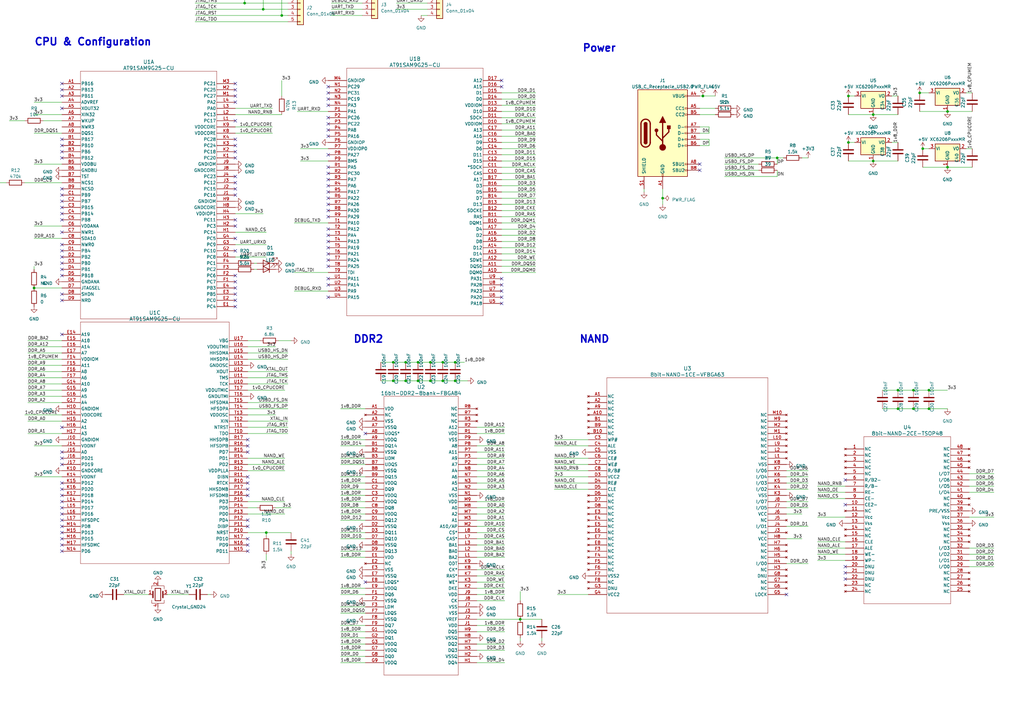
<source format=kicad_sch>
(kicad_sch (version 20230121) (generator eeschema)
  (paper "A3")
  (junction (at 176.53 148.59))
  (junction (at -45.72 113.03))
  (junction (at 288.29 39.37))
  (junction (at -40.64 113.03))
  (junction (at 107.95 -11.43))
  (junction (at -30.48 120.65))
  (junction (at -35.56 154.94))
  (junction (at 368.3 167.64))
  (junction (at -40.64 154.94))
  (junction (at 368.3 160.02))
  (junction (at 115.57 6.35))
  (junction (at -60.96 120.65))
  (junction (at 100.33 -11.43))
  (junction (at -55.88 113.03))
  (junction (at -50.8 162.56))
  (junction (at 388.62 45.72))
  (junction (at 107.95 3.81))
  (junction (at -55.88 154.94))
  (junction (at -60.96 135.89))
  (junction (at 318.77 64.77))
  (junction (at 171.45 148.59))
  (junction (at -50.8 120.65))
  (junction (at 271.78 81.28))
  (junction (at -35.56 120.65))
  (junction (at -35.56 113.03))
  (junction (at -30.48 113.03))
  (junction (at -45.72 154.94))
  (junction (at -60.96 143.51))
  (junction (at 92.71 -1.27))
  (junction (at 381 167.64))
  (junction (at -60.96 113.03))
  (junction (at 347.98 39.37))
  (junction (at -60.96 162.56))
  (junction (at 166.37 148.59))
  (junction (at 388.62 68.58))
  (junction (at 171.45 156.21))
  (junction (at 176.53 156.21))
  (junction (at 374.65 160.02))
  (junction (at -40.64 162.56))
  (junction (at 374.65 167.64))
  (junction (at -35.56 162.56))
  (junction (at -45.72 120.65))
  (junction (at 161.29 148.59))
  (junction (at -50.8 113.03))
  (junction (at 186.69 148.59))
  (junction (at 100.33 1.27))
  (junction (at 181.61 156.21))
  (junction (at 13.97 118.11))
  (junction (at -60.96 154.94))
  (junction (at -55.88 120.65))
  (junction (at 109.22 218.44))
  (junction (at 378.46 60.96))
  (junction (at -55.88 143.51))
  (junction (at 213.36 254))
  (junction (at -55.88 162.56))
  (junction (at 381 160.02))
  (junction (at 115.57 -11.43))
  (junction (at 377.19 38.1))
  (junction (at -40.64 120.65))
  (junction (at -50.8 154.94))
  (junction (at 358.14 66.04))
  (junction (at -55.88 135.89))
  (junction (at 358.14 46.99))
  (junction (at 181.61 148.59))
  (junction (at 161.29 156.21))
  (junction (at 347.98 58.42))
  (junction (at 166.37 156.21))
  (junction (at -45.72 162.56))
  (junction (at 186.69 156.21))
  (no_connect (at 134.62 86.36))
  (no_connect (at 134.62 71.12))
  (no_connect (at 287.02 69.85))
  (no_connect (at 25.4 36.83))
  (no_connect (at 101.6 200.66))
  (no_connect (at 25.4 105.41))
  (no_connect (at 96.52 118.11))
  (no_connect (at 134.62 121.92))
  (no_connect (at 134.62 55.88))
  (no_connect (at 101.6 182.88))
  (no_connect (at 96.52 64.77))
  (no_connect (at 25.4 34.29))
  (no_connect (at 96.52 36.83))
  (no_connect (at 134.62 63.5))
  (no_connect (at 101.6 195.58))
  (no_connect (at 134.62 50.8))
  (no_connect (at 346.71 196.85))
  (no_connect (at 96.52 115.57))
  (no_connect (at 25.4 226.06))
  (no_connect (at 346.71 207.01))
  (no_connect (at 205.74 35.56))
  (no_connect (at 25.4 120.65))
  (no_connect (at 25.4 208.28))
  (no_connect (at 25.4 59.69))
  (no_connect (at 25.4 110.49))
  (no_connect (at 101.6 215.9))
  (no_connect (at 346.71 234.95))
  (no_connect (at 101.6 223.52))
  (no_connect (at 134.62 109.22))
  (no_connect (at 205.74 119.38))
  (no_connect (at 101.6 198.12))
  (no_connect (at 322.58 243.84))
  (no_connect (at 101.6 180.34))
  (no_connect (at 96.52 113.03))
  (no_connect (at 205.74 121.92))
  (no_connect (at 134.62 81.28))
  (no_connect (at 134.62 73.66))
  (no_connect (at 25.4 100.33))
  (no_connect (at 25.4 187.96))
  (no_connect (at 25.4 213.36))
  (no_connect (at 25.4 77.47))
  (no_connect (at 25.4 205.74))
  (no_connect (at 96.52 74.93))
  (no_connect (at 25.4 123.19))
  (no_connect (at 96.52 102.87))
  (no_connect (at 101.6 226.06))
  (no_connect (at 205.74 114.3))
  (no_connect (at 149.86 238.76))
  (no_connect (at 25.4 113.03))
  (no_connect (at 134.62 88.9))
  (no_connect (at 96.52 72.39))
  (no_connect (at 25.4 107.95))
  (no_connect (at 134.62 35.56))
  (no_connect (at 205.74 33.02))
  (no_connect (at 96.52 90.17))
  (no_connect (at 25.4 90.17))
  (no_connect (at 96.52 80.01))
  (no_connect (at 205.74 124.46))
  (no_connect (at 101.6 185.42))
  (no_connect (at 25.4 80.01))
  (no_connect (at 134.62 76.2))
  (no_connect (at 96.52 34.29))
  (no_connect (at 25.4 190.5))
  (no_connect (at 96.52 77.47))
  (no_connect (at 96.52 97.79))
  (no_connect (at 25.4 87.63))
  (no_connect (at 101.6 213.36))
  (no_connect (at 134.62 83.82))
  (no_connect (at 96.52 120.65))
  (no_connect (at 25.4 185.42))
  (no_connect (at 287.02 67.31))
  (no_connect (at 134.62 116.84))
  (no_connect (at 101.6 220.98))
  (no_connect (at 134.62 114.3))
  (no_connect (at 149.86 177.8))
  (no_connect (at 96.52 125.73))
  (no_connect (at 205.74 116.84))
  (no_connect (at 25.4 95.25))
  (no_connect (at 101.6 203.2))
  (no_connect (at 134.62 99.06))
  (no_connect (at 346.71 232.41))
  (no_connect (at 25.4 220.98))
  (no_connect (at 96.52 123.19))
  (no_connect (at 134.62 93.98))
  (no_connect (at 25.4 39.37))
  (no_connect (at 134.62 106.68))
  (no_connect (at 25.4 200.66))
  (no_connect (at 96.52 62.23))
  (no_connect (at 25.4 175.26))
  (no_connect (at 134.62 104.14))
  (no_connect (at 134.62 43.18))
  (no_connect (at 25.4 210.82))
  (no_connect (at 96.52 59.69))
  (no_connect (at 134.62 101.6))
  (no_connect (at 25.4 203.2))
  (no_connect (at 25.4 64.77))
  (no_connect (at 96.52 92.71))
  (no_connect (at 96.52 49.53))
  (no_connect (at 96.52 41.91))
  (no_connect (at 25.4 102.87))
  (no_connect (at 25.4 62.23))
  (no_connect (at 134.62 53.34))
  (no_connect (at 134.62 40.64))
  (no_connect (at 25.4 85.09))
  (no_connect (at 96.52 39.37))
  (no_connect (at 25.4 223.52))
  (no_connect (at 134.62 48.26))
  (no_connect (at 134.62 38.1))
  (no_connect (at 346.71 237.49))
  (no_connect (at 25.4 198.12))
  (no_connect (at 25.4 137.16))
  (no_connect (at 25.4 44.45))
  (no_connect (at 134.62 96.52))
  (no_connect (at 25.4 82.55))
  (no_connect (at 96.52 57.15))
  (no_connect (at 134.62 68.58))
  (no_connect (at 25.4 218.44))
  (no_connect (at 25.4 57.15))
  (no_connect (at 134.62 78.74))
  (no_connect (at 25.4 215.9))
  (wire (pts (xy 106.68 139.7) (xy 101.6 139.7)))
  (wire (pts (xy 264.16 78.74) (xy 264.16 77.47)))
  (wire (pts (xy 195.58 264.16) (xy 207.01 264.16)))
  (wire (pts (xy -30.48 113.03) (xy -22.86 113.03)))
  (wire (pts (xy 11.43 149.86) (xy 25.4 149.86)))
  (wire (pts (xy -50.8 120.65) (xy -45.72 120.65)))
  (wire (pts (xy 101.6 208.28) (xy 105.41 208.28)))
  (wire (pts (xy 347.98 39.37) (xy 350.52 39.37)))
  (wire (pts (xy -50.8 113.03) (xy -45.72 113.03)))
  (wire (pts (xy 11.43 144.78) (xy 25.4 144.78)))
  (wire (pts (xy 80.01 8.89) (xy 118.11 8.89)))
  (wire (pts (xy 227.33 187.96) (xy 241.3 187.96)))
  (wire (pts (xy 195.58 200.66) (xy 207.01 200.66)))
  (wire (pts (xy -30.48 120.65) (xy -22.86 120.65)))
  (wire (pts (xy 195.58 259.08) (xy 207.01 259.08)))
  (wire (pts (xy 13.97 118.11) (xy 25.4 118.11)))
  (wire (pts (xy 195.58 185.42) (xy 207.01 185.42)))
  (wire (pts (xy 397.51 196.85) (xy 407.67 196.85)))
  (wire (pts (xy 11.43 152.4) (xy 25.4 152.4)))
  (wire (pts (xy 195.58 213.36) (xy 207.01 213.36)))
  (wire (pts (xy 195.58 243.84) (xy 207.01 243.84)))
  (wire (pts (xy 92.71 -3.81) (xy 92.71 -1.27)))
  (wire (pts (xy 378.46 60.96) (xy 381 60.96)))
  (wire (pts (xy 318.77 72.39) (xy 318.77 69.85)))
  (wire (pts (xy 139.7 220.98) (xy 149.86 220.98)))
  (wire (pts (xy -45.72 154.94) (xy -40.64 154.94)))
  (wire (pts (xy 195.58 220.98) (xy 207.01 220.98)))
  (wire (pts (xy 139.7 167.64) (xy 149.86 167.64)))
  (wire (pts (xy 139.7 228.6) (xy 149.86 228.6)))
  (wire (pts (xy 205.74 81.28) (xy 219.71 81.28)))
  (wire (pts (xy 205.74 63.5) (xy 219.71 63.5)))
  (wire (pts (xy 139.7 261.62) (xy 149.86 261.62)))
  (wire (pts (xy 11.43 157.48) (xy 25.4 157.48)))
  (wire (pts (xy -66.04 154.94) (xy -60.96 154.94)))
  (wire (pts (xy 118.11 147.32) (xy 101.6 147.32)))
  (wire (pts (xy 10.16 170.18) (xy 25.4 170.18)))
  (wire (pts (xy -55.88 143.51) (xy -45.72 143.51)))
  (wire (pts (xy 116.84 160.02) (xy 101.6 160.02)))
  (wire (pts (xy 205.74 76.2) (xy 219.71 76.2)))
  (wire (pts (xy -40.64 120.65) (xy -35.56 120.65)))
  (wire (pts (xy 171.45 148.59) (xy 176.53 148.59)))
  (wire (pts (xy 139.7 266.7) (xy 149.86 266.7)))
  (wire (pts (xy 368.3 160.02) (xy 374.65 160.02)))
  (wire (pts (xy 347.98 66.04) (xy 358.14 66.04)))
  (wire (pts (xy -66.04 162.56) (xy -60.96 162.56)))
  (wire (pts (xy 205.74 99.06) (xy 219.71 99.06)))
  (wire (pts (xy 205.74 71.12) (xy 219.71 71.12)))
  (wire (pts (xy 139.7 205.74) (xy 149.86 205.74)))
  (wire (pts (xy 227.33 198.12) (xy 241.3 198.12)))
  (wire (pts (xy 11.43 154.94) (xy 25.4 154.94)))
  (wire (pts (xy 104.14 110.49) (xy 105.41 110.49)))
  (wire (pts (xy 322.58 220.98) (xy 328.93 220.98)))
  (wire (pts (xy 115.57 -3.81) (xy 115.57 6.35)))
  (wire (pts (xy 335.28 229.87) (xy 346.71 229.87)))
  (wire (pts (xy 377.19 45.72) (xy 388.62 45.72)))
  (wire (pts (xy 13.97 41.91) (xy 25.4 41.91)))
  (wire (pts (xy 195.58 195.58) (xy 207.01 195.58)))
  (wire (pts (xy -45.72 120.65) (xy -40.64 120.65)))
  (wire (pts (xy 195.58 256.54) (xy 207.01 256.54)))
  (wire (pts (xy 162.56 3.81) (xy 175.26 3.81)))
  (wire (pts (xy 335.28 204.47) (xy 346.71 204.47)))
  (wire (pts (xy -60.96 154.94) (xy -55.88 154.94)))
  (wire (pts (xy 118.11 144.78) (xy 101.6 144.78)))
  (wire (pts (xy 80.01 3.81) (xy 107.95 3.81)))
  (wire (pts (xy 195.58 241.3) (xy 207.01 241.3)))
  (wire (pts (xy 120.65 119.38) (xy 134.62 119.38)))
  (wire (pts (xy 111.76 54.61) (xy 96.52 54.61)))
  (wire (pts (xy 347.98 58.42) (xy 350.52 58.42)))
  (wire (pts (xy 322.58 208.28) (xy 331.47 208.28)))
  (wire (pts (xy 195.58 190.5) (xy 207.01 190.5)))
  (wire (pts (xy 161.29 156.21) (xy 166.37 156.21)))
  (wire (pts (xy 120.65 111.76) (xy 134.62 111.76)))
  (wire (pts (xy 176.53 156.21) (xy 181.61 156.21)))
  (wire (pts (xy 11.43 172.72) (xy 25.4 172.72)))
  (wire (pts (xy -50.8 154.94) (xy -45.72 154.94)))
  (wire (pts (xy 219.71 40.64) (xy 205.74 40.64)))
  (wire (pts (xy 388.62 68.58) (xy 398.78 68.58)))
  (wire (pts (xy 139.7 241.3) (xy 149.86 241.3)))
  (wire (pts (xy 205.74 91.44) (xy 219.71 91.44)))
  (wire (pts (xy 287.02 54.61) (xy 290.83 54.61)))
  (wire (pts (xy 228.6 243.84) (xy 241.3 243.84)))
  (wire (pts (xy 396.24 38.1) (xy 398.78 38.1)))
  (wire (pts (xy 13.97 97.79) (xy 25.4 97.79)))
  (wire (pts (xy 397.51 232.41) (xy 407.67 232.41)))
  (wire (pts (xy 205.74 48.26) (xy 219.71 48.26)))
  (wire (pts (xy 86.36 243.84) (xy 85.09 243.84)))
  (wire (pts (xy 139.7 269.24) (xy 149.86 269.24)))
  (wire (pts (xy 118.11 165.1) (xy 101.6 165.1)))
  (wire (pts (xy 322.58 215.9) (xy 331.47 215.9)))
  (wire (pts (xy 101.6 190.5) (xy 116.84 190.5)))
  (wire (pts (xy 77.47 243.84) (xy 68.58 243.84)))
  (wire (pts (xy 335.28 201.93) (xy 346.71 201.93)))
  (wire (pts (xy 118.11 172.72) (xy 101.6 172.72)))
  (wire (pts (xy 290.83 59.69) (xy 290.83 57.15)))
  (wire (pts (xy 322.58 205.74) (xy 331.47 205.74)))
  (wire (pts (xy 10.16 74.93) (xy 25.4 74.93)))
  (wire (pts (xy 297.18 69.85) (xy 311.15 69.85)))
  (wire (pts (xy 195.58 193.04) (xy 207.01 193.04)))
  (wire (pts (xy 205.74 78.74) (xy 219.71 78.74)))
  (wire (pts (xy -45.72 113.03) (xy -40.64 113.03)))
  (wire (pts (xy 139.7 248.92) (xy 149.86 248.92)))
  (wire (pts (xy 13.97 182.88) (xy 25.4 182.88)))
  (wire (pts (xy 181.61 148.59) (xy 186.69 148.59)))
  (wire (pts (xy 205.74 50.8) (xy 219.71 50.8)))
  (wire (pts (xy 139.7 251.46) (xy 149.86 251.46)))
  (wire (pts (xy 195.58 226.06) (xy 207.01 226.06)))
  (wire (pts (xy 293.37 39.37) (xy 288.29 39.37)))
  (wire (pts (xy -55.88 162.56) (xy -50.8 162.56)))
  (wire (pts (xy 195.58 182.88) (xy 207.01 182.88)))
  (wire (pts (xy 318.77 64.77) (xy 318.77 67.31)))
  (wire (pts (xy 113.03 208.28) (xy 119.38 208.28)))
  (wire (pts (xy 195.58 175.26) (xy 207.01 175.26)))
  (wire (pts (xy 13.97 54.61) (xy 25.4 54.61)))
  (wire (pts (xy 101.6 187.96) (xy 116.84 187.96)))
  (wire (pts (xy -35.56 154.94) (xy -27.94 154.94)))
  (wire (pts (xy 166.37 156.21) (xy 171.45 156.21)))
  (wire (pts (xy 195.58 228.6) (xy 207.01 228.6)))
  (wire (pts (xy 322.58 195.58) (xy 331.47 195.58)))
  (wire (pts (xy 195.58 238.76) (xy 207.01 238.76)))
  (wire (pts (xy -35.56 162.56) (xy -27.94 162.56)))
  (wire (pts (xy 13.97 92.71) (xy 25.4 92.71)))
  (wire (pts (xy 205.74 109.22) (xy 219.71 109.22)))
  (wire (pts (xy 135.89 1.27) (xy 148.59 1.27)))
  (wire (pts (xy 119.38 227.33) (xy 119.38 226.06)))
  (wire (pts (xy 195.58 210.82) (xy 207.01 210.82)))
  (wire (pts (xy 96.52 105.41) (xy 109.22 105.41)))
  (wire (pts (xy 80.01 1.27) (xy 100.33 1.27)))
  (wire (pts (xy 335.28 227.33) (xy 346.71 227.33)))
  (wire (pts (xy 195.58 233.68) (xy 207.01 233.68)))
  (wire (pts (xy 297.18 72.39) (xy 318.77 72.39)))
  (wire (pts (xy 111.76 52.07) (xy 96.52 52.07)))
  (wire (pts (xy 205.74 43.18) (xy 219.71 43.18)))
  (wire (pts (xy 374.65 160.02) (xy 381 160.02)))
  (wire (pts (xy 205.74 83.82) (xy 219.71 83.82)))
  (wire (pts (xy 107.95 -3.81) (xy 107.95 3.81)))
  (wire (pts (xy 293.37 46.99) (xy 287.02 46.99)))
  (wire (pts (xy 135.89 6.35) (xy 148.59 6.35)))
  (wire (pts (xy 139.7 190.5) (xy 149.86 190.5)))
  (wire (pts (xy 11.43 142.24) (xy 25.4 142.24)))
  (wire (pts (xy 92.71 -1.27) (xy 118.11 -1.27)))
  (wire (pts (xy 139.7 226.06) (xy 149.86 226.06)))
  (wire (pts (xy -55.88 135.89) (xy -45.72 135.89)))
  (wire (pts (xy 171.45 156.21) (xy 176.53 156.21)))
  (wire (pts (xy 195.58 236.22) (xy 207.01 236.22)))
  (wire (pts (xy 119.38 139.7) (xy 114.3 139.7)))
  (wire (pts (xy 368.3 167.64) (xy 374.65 167.64)))
  (wire (pts (xy 397.51 227.33) (xy 407.67 227.33)))
  (wire (pts (xy 335.28 222.25) (xy 346.71 222.25)))
  (wire (pts (xy 222.25 262.89) (xy 222.25 261.62)))
  (wire (pts (xy 213.36 254) (xy 222.25 254)))
  (wire (pts (xy 381 160.02) (xy 388.62 160.02)))
  (wire (pts (xy 227.33 193.04) (xy 241.3 193.04)))
  (wire (pts (xy 115.57 33.02) (xy 115.57 39.37)))
  (wire (pts (xy 397.51 224.79) (xy 407.67 224.79)))
  (wire (pts (xy 195.58 271.78) (xy 207.01 271.78)))
  (wire (pts (xy 118.11 167.64) (xy 101.6 167.64)))
  (wire (pts (xy 397.51 199.39) (xy 407.67 199.39)))
  (wire (pts (xy 297.18 67.31) (xy 311.15 67.31)))
  (wire (pts (xy 322.58 198.12) (xy 331.47 198.12)))
  (wire (pts (xy 96.52 46.99) (xy 115.57 46.99)))
  (wire (pts (xy -3.81 74.93) (xy 2.54 74.93)))
  (wire (pts (xy 205.74 60.96) (xy 219.71 60.96)))
  (wire (pts (xy 227.33 200.66) (xy 241.3 200.66)))
  (wire (pts (xy 139.7 198.12) (xy 149.86 198.12)))
  (wire (pts (xy 397.51 194.31) (xy 407.67 194.31)))
  (wire (pts (xy 397.51 229.87) (xy 407.67 229.87)))
  (wire (pts (xy -60.96 162.56) (xy -55.88 162.56)))
  (wire (pts (xy -50.8 162.56) (xy -45.72 162.56)))
  (wire (pts (xy 118.11 152.4) (xy 101.6 152.4)))
  (wire (pts (xy 13.97 46.99) (xy 25.4 46.99)))
  (wire (pts (xy 139.7 259.08) (xy 149.86 259.08)))
  (wire (pts (xy -55.88 120.65) (xy -50.8 120.65)))
  (wire (pts (xy -60.96 120.65) (xy -55.88 120.65)))
  (wire (pts (xy 361.95 160.02) (xy 368.3 160.02)))
  (wire (pts (xy 388.62 45.72) (xy 398.78 45.72)))
  (wire (pts (xy 11.43 162.56) (xy 25.4 162.56)))
  (wire (pts (xy 205.74 73.66) (xy 219.71 73.66)))
  (wire (pts (xy -60.96 113.03) (xy -55.88 113.03)))
  (wire (pts (xy 139.7 243.84) (xy 149.86 243.84)))
  (wire (pts (xy -45.72 162.56) (xy -40.64 162.56)))
  (wire (pts (xy 11.43 160.02) (xy 25.4 160.02)))
  (wire (pts (xy 13.97 67.31) (xy 25.4 67.31)))
  (wire (pts (xy 365.76 39.37) (xy 368.3 39.37)))
  (wire (pts (xy 288.29 39.37) (xy 287.02 39.37)))
  (wire (pts (xy 321.31 64.77) (xy 318.77 64.77)))
  (wire (pts (xy 186.69 156.21) (xy 191.77 156.21)))
  (wire (pts (xy 100.33 -11.43) (xy 107.95 -11.43)))
  (wire (pts (xy 205.74 106.68) (xy 219.71 106.68)))
  (wire (pts (xy 205.74 68.58) (xy 219.71 68.58)))
  (wire (pts (xy 378.46 68.58) (xy 388.62 68.58)))
  (wire (pts (xy 109.22 218.44) (xy 119.38 218.44)))
  (wire (pts (xy 25.4 147.32) (xy 11.43 147.32)))
  (wire (pts (xy 101.6 177.8) (xy 118.11 177.8)))
  (wire (pts (xy 227.33 190.5) (xy 241.3 190.5)))
  (wire (pts (xy 139.7 200.66) (xy 149.86 200.66)))
  (wire (pts (xy 139.7 210.82) (xy 149.86 210.82)))
  (wire (pts (xy 195.58 177.8) (xy 207.01 177.8)))
  (wire (pts (xy 271.78 81.28) (xy 271.78 77.47)))
  (wire (pts (xy 50.8 243.84) (xy 60.96 243.84)))
  (wire (pts (xy 139.7 271.78) (xy 149.86 271.78)))
  (wire (pts (xy 139.7 203.2) (xy 149.86 203.2)))
  (wire (pts (xy 195.58 187.96) (xy 207.01 187.96)))
  (wire (pts (xy 13.97 109.22) (xy 13.97 110.49)))
  (wire (pts (xy 109.22 227.33) (xy 109.22 229.87)))
  (wire (pts (xy 104.14 107.95) (xy 105.41 107.95)))
  (wire (pts (xy 3.81 49.53) (xy 10.16 49.53)))
  (wire (pts (xy 161.29 148.59) (xy 166.37 148.59)))
  (wire (pts (xy 205.74 58.42) (xy 219.71 58.42)))
  (wire (pts (xy 195.58 254) (xy 213.36 254)))
  (wire (pts (xy 162.56 1.27) (xy 175.26 1.27)))
  (wire (pts (xy 205.74 88.9) (xy 219.71 88.9)))
  (wire (pts (xy 365.76 58.42) (xy 368.3 58.42)))
  (wire (pts (xy 322.58 231.14) (xy 331.47 231.14)))
  (wire (pts (xy 107.95 87.63) (xy 96.52 87.63)))
  (wire (pts (xy 80.01 6.35) (xy 115.57 6.35)))
  (wire (pts (xy 205.74 96.52) (xy 219.71 96.52)))
  (wire (pts (xy 11.43 139.7) (xy 25.4 139.7)))
  (wire (pts (xy 135.89 -1.27) (xy 148.59 -1.27)))
  (wire (pts (xy 121.92 45.72) (xy 134.62 45.72)))
  (wire (pts (xy 205.74 45.72) (xy 219.71 45.72)))
  (wire (pts (xy 139.7 256.54) (xy 149.86 256.54)))
  (wire (pts (xy 162.56 -1.27) (xy 175.26 -1.27)))
  (wire (pts (xy 11.43 177.8) (xy 25.4 177.8)))
  (wire (pts (xy 139.7 187.96) (xy 149.86 187.96)))
  (wire (pts (xy 156.21 148.59) (xy 161.29 148.59)))
  (wire (pts (xy 100.33 -3.81) (xy 100.33 1.27)))
  (wire (pts (xy 195.58 266.7) (xy 207.01 266.7)))
  (wire (pts (xy 358.14 46.99) (xy 368.3 46.99)))
  (wire (pts (xy 347.98 46.99) (xy 358.14 46.99)))
  (wire (pts (xy 290.83 57.15) (xy 287.02 57.15)))
  (wire (pts (xy -35.56 120.65) (xy -30.48 120.65)))
  (wire (pts (xy -40.64 162.56) (xy -35.56 162.56)))
  (wire (pts (xy 322.58 210.82) (xy 328.93 210.82)))
  (wire (pts (xy 335.28 224.79) (xy 346.71 224.79)))
  (wire (pts (xy 322.58 193.04) (xy 331.47 193.04)))
  (wire (pts (xy 176.53 148.59) (xy 181.61 148.59)))
  (wire (pts (xy 374.65 167.64) (xy 381 167.64)))
  (wire (pts (xy 335.28 199.39) (xy 346.71 199.39)))
  (wire (pts (xy 205.74 55.88) (xy 219.71 55.88)))
  (wire (pts (xy 118.11 157.48) (xy 101.6 157.48)))
  (wire (pts (xy 205.74 53.34) (xy 219.71 53.34)))
  (wire (pts (xy 195.58 218.44) (xy 207.01 218.44)))
  (wire (pts (xy 195.58 198.12) (xy 207.01 198.12)))
  (wire (pts (xy 139.7 180.34) (xy 149.86 180.34)))
  (wire (pts (xy -66.04 113.03) (xy -60.96 113.03)))
  (wire (pts (xy 186.69 148.59) (xy 190.5 148.59)))
  (wire (pts (xy 139.7 208.28) (xy 149.86 208.28)))
  (wire (pts (xy 397.51 212.09) (xy 407.67 212.09)))
  (wire (pts (xy 139.7 195.58) (xy 149.86 195.58)))
  (wire (pts (xy 139.7 218.44) (xy 149.86 218.44)))
  (wire (pts (xy -40.64 154.94) (xy -35.56 154.94)))
  (wire (pts (xy 195.58 208.28) (xy 207.01 208.28)))
  (wire (pts (xy 290.83 52.07) (xy 290.83 54.61)))
  (wire (pts (xy -35.56 113.03) (xy -30.48 113.03)))
  (wire (pts (xy 135.89 3.81) (xy 148.59 3.81)))
  (wire (pts (xy 377.19 38.1) (xy 381 38.1)))
  (wire (pts (xy 381 167.64) (xy 388.62 167.64)))
  (wire (pts (xy 271.78 83.82) (xy 271.78 81.28)))
  (wire (pts (xy 166.37 148.59) (xy 171.45 148.59)))
  (wire (pts (xy 205.74 66.04) (xy 219.71 66.04)))
  (wire (pts (xy 120.65 91.44) (xy 134.62 91.44)))
  (wire (pts (xy 297.18 64.77) (xy 318.77 64.77)))
  (wire (pts (xy 100.33 1.27) (xy 118.11 1.27)))
  (wire (pts (xy 156.21 156.21) (xy 161.29 156.21)))
  (wire (pts (xy 11.43 165.1) (xy 25.4 165.1)))
  (wire (pts (xy 123.19 60.96) (xy 134.62 60.96)))
  (wire (pts (xy -60.96 135.89) (xy -55.88 135.89)))
  (wire (pts (xy 195.58 223.52) (xy 207.01 223.52)))
  (wire (pts (xy 361.95 167.64) (xy 368.3 167.64)))
  (wire (pts (xy -55.88 154.94) (xy -50.8 154.94)))
  (wire (pts (xy 96.52 44.45) (xy 111.76 44.45)))
  (wire (pts (xy 227.33 195.58) (xy 241.3 195.58)))
  (wire (pts (xy 213.36 242.57) (xy 213.36 246.38)))
  (wire (pts (xy 17.78 49.53) (xy 25.4 49.53)))
  (wire (pts (xy 195.58 205.74) (xy 207.01 205.74)))
  (wire (pts (xy 293.37 44.45) (xy 287.02 44.45)))
  (wire (pts (xy 115.57 -11.43) (xy 121.92 -11.43)))
  (wire (pts (xy 205.74 86.36) (xy 219.71 86.36)))
  (wire (pts (xy 397.51 201.93) (xy 407.67 201.93)))
  (wire (pts (xy 205.74 101.6) (xy 219.71 101.6)))
  (wire (pts (xy 227.33 182.88) (xy 241.3 182.88)))
  (wire (pts (xy 80.01 -1.27) (xy 92.71 -1.27)))
  (wire (pts (xy 227.33 180.34) (xy 241.3 180.34)))
  (wire (pts (xy 113.03 142.24) (xy 101.6 142.24)))
  (wire (pts (xy 181.61 156.21) (xy 186.69 156.21)))
  (wire (pts (xy 205.74 93.98) (xy 219.71 93.98)))
  (wire (pts (xy -66.04 120.65) (xy -60.96 120.65)))
  (wire (pts (xy 107.95 3.81) (xy 118.11 3.81)))
  (wire (pts (xy 101.6 175.26) (xy 118.11 175.26)))
  (wire (pts (xy 205.74 38.1) (xy 219.71 38.1)))
  (wire (pts (xy 116.84 193.04) (xy 101.6 193.04)))
  (wire (pts (xy 322.58 200.66) (xy 331.47 200.66)))
  (wire (pts (xy -66.04 143.51) (xy -60.96 143.51)))
  (wire (pts (xy 331.47 64.77) (xy 328.93 64.77)))
  (wire (pts (xy 396.24 60.96) (xy 398.78 60.96)))
  (wire (pts (xy 139.7 213.36) (xy 149.86 213.36)))
  (wire (pts (xy 115.57 6.35) (xy 118.11 6.35)))
  (wire (pts (xy 109.22 219.71) (xy 109.22 218.44)))
  (wire (pts (xy 205.74 104.14) (xy 219.71 104.14)))
  (wire (pts (xy -40.64 113.03) (xy -35.56 113.03)))
  (wire (pts (xy -66.04 135.89) (xy -60.96 135.89)))
  (wire (pts (xy 92.71 -11.43) (xy 100.33 -11.43)))
  (wire (pts (xy 358.14 66.04) (xy 368.3 66.04)))
  (wire (pts (xy 139.7 182.88) (xy 149.86 182.88)))
  (wire (pts (xy 287.02 52.07) (xy 290.83 52.07)))
  (wire (pts (xy 107.95 -11.43) (xy 115.57 -11.43)))
  (wire (pts (xy -55.88 113.03) (xy -50.8 113.03)))
  (wire (pts (xy 205.74 111.76) (xy 219.71 111.76)))
  (wire (pts (xy 101.6 210.82) (xy 116.84 210.82)))
  (wire (pts (xy 287.02 59.69) (xy 290.83 59.69)))
  (wire (pts (xy 195.58 246.38) (xy 207.01 246.38)))
  (wire (pts (xy 118.11 154.94) (xy 101.6 154.94)))
  (wire (pts (xy 113.03 170.18) (xy 101.6 170.18)))
  (wire (pts (xy 13.97 195.58) (xy 25.4 195.58)))
  (wire (pts (xy 172.72 6.35) (xy 175.26 6.35)))
  (wire (pts (xy 101.6 218.44) (xy 109.22 218.44)))
  (wire (pts (xy -60.96 143.51) (xy -55.88 143.51)))
  (wire (pts (xy 96.52 95.25) (xy 109.22 95.25)))
  (wire (pts (xy 139.7 264.16) (xy 149.86 264.16)))
  (wire (pts (xy 96.52 100.33) (xy 109.22 100.33)))
  (wire (pts (xy 101.6 205.74) (xy 116.84 205.74)))
  (wire (pts (xy 123.19 66.04) (xy 134.62 66.04)))
  (wire (pts (xy 335.28 212.09) (xy 346.71 212.09)))
  (wire (pts (xy 195.58 215.9) (xy 207.01 215.9)))
  (wire (pts (xy 213.36 261.62) (xy 213.36 262.89)))
  (text "CPU & Configuration\n" (at 13.97 19.05 0) (effects (font (size 3 3) (thickness 0.6) bold) (justify left bottom)))
  (text "NAND" (at 237.49 140.97 0) (effects (font (size 3 3) (thickness 0.6) bold) (justify left bottom)))
  (text "Power" (at 238.76 21.59 0) (effects (font (size 3 3) (thickness 0.6) bold) (justify left bottom)))
  (text "DDR2" (at 144.78 140.97 0) (effects (font (size 3 3) (thickness 0.6) bold) (justify left bottom)))
  (label "DDR_A5" (at 207.01 198.12 180))
  (label "3v3" (at 328.93 210.82 180))
  (label "DDR_D1" (at 139.7 261.62 0))
  (label "DDR_A5" (at 11.43 144.78 0))
  (label "1v8_DDR" (at 207.01 205.74 180))
  (label "DDR_D3" (at 331.47 198.12 180))
  (label "DDR_RAS" (at 207.01 236.22 180))
  (label "DDR_D7" (at 139.7 256.54 0))
  (label "DEBUG_RXD" (at 135.89 1.27 0))
  (label "DDR_A3" (at 11.43 162.56 0))
  (label "DDR_A11" (at 207.01 185.42 180))
  (label "UART_TXD" (at 135.89 3.81 0))
  (label "DDR_D8" (at 219.71 99.06 180))
  (label "JTAG_TDI" (at 120.65 111.76 0))
  (label "UART_URXD" (at 162.56 1.27 0))
  (label "NAND_CS" (at 227.33 187.96 0))
  (label "DDR_D3" (at 407.67 224.79 180))
  (label "DDR_D11" (at 219.71 63.5 180))
  (label "DDR_D14" (at 219.71 104.14 180))
  (label "UART_RXD" (at 121.92 45.72 0))
  (label "1v0_CPUCORE" (at 111.76 52.07 180))
  (label "JTAG_TMS" (at 118.11 154.94 180))
  (label "NAND_ALE" (at 227.33 182.88 0))
  (label "DDR_D2" (at 331.47 200.66 180))
  (label "DDR_CKE" (at 207.01 241.3 180))
  (label "1v8_CPUMEM" (at 11.43 147.32 0))
  (label "DDR_CLK" (at 207.01 246.38 180))
  (label "NAND_OE" (at 227.33 198.12 0))
  (label "UART_TXD" (at 111.76 44.45 180))
  (label "JTAG_RST" (at 118.11 175.26 180))
  (label "DDR_NCLK" (at 219.71 68.58 180))
  (label "DDR_D5" (at 219.71 78.74 180))
  (label "3v3" (at 368.3 39.37 90))
  (label "DDR_A1" (at 11.43 177.8 0))
  (label "1v0_CPUCORE" (at 111.76 54.61 180))
  (label "1v8_DDR" (at 368.3 58.42 90))
  (label "JTAG_TCK" (at 118.11 157.48 180))
  (label "3v3" (at 121.92 -11.43 0))
  (label "1v0_CPUCORE" (at 116.84 193.04 180))
  (label "1v8_DDR" (at 139.7 167.64 0))
  (label "DDR_CAS" (at 219.71 71.12 180))
  (label "3v3" (at 335.28 212.09 0))
  (label "USBD_HS_DN" (at 118.11 144.78 180))
  (label "USBD_FS_DP" (at 118.11 167.64 180))
  (label "UART_UTXD" (at 109.22 105.41 180))
  (label "DDR_D4" (at 407.67 201.93 180))
  (label "3v3" (at 388.62 160.02 0))
  (label "DDR_D2" (at 407.67 227.33 180))
  (label "3v3" (at 162.56 3.81 0))
  (label "1v8_DDR" (at 139.7 205.74 0))
  (label "DDR_D4" (at 219.71 93.98 180))
  (label "3v3" (at 335.28 229.87 0))
  (label "DDR_BA0" (at 207.01 226.06 180))
  (label "1v8_CPUMEM" (at 219.71 43.18 180))
  (label "DDR_D5" (at 331.47 208.28 180))
  (label "1v8_DDR" (at 139.7 198.12 0))
  (label "DDR_D6" (at 219.71 60.96 180))
  (label "DDR_WE" (at 207.01 238.76 180))
  (label "1v8_DDR" (at 139.7 180.34 0))
  (label "3v3" (at 407.67 212.09 180))
  (label "DDR_DQM0" (at 219.71 111.76 180))
  (label "1v8_DDR" (at 207.01 243.84 180))
  (label "1v8_DDR" (at 139.7 271.78 0))
  (label "DDR_D3" (at 219.71 76.2 180))
  (label "1v8_DDR" (at 139.7 228.6 0))
  (label "DDR_D7" (at 331.47 205.74 180))
  (label "1v0_CPUCORE" (at -27.94 154.94 0))
  (label "DDR_A11" (at 219.71 53.34 180))
  (label "3v3" (at 13.97 46.99 0))
  (label "DEBUG_TXD" (at 135.89 -1.27 0))
  (label "DDR_NCLK" (at 207.01 233.68 180))
  (label "3v3" (at 213.36 242.57 0))
  (label "1v0_CPUCORE" (at 116.84 160.02 180))
  (label "DDR_BA0" (at 219.71 55.88 180))
  (label "DDR_DQS1" (at 139.7 190.5 0))
  (label "USBD_FS_DP" (at 297.18 67.31 0))
  (label "DDR_CAS" (at 207.01 220.98 180))
  (label "DDR_A3" (at 207.01 200.66 180))
  (label "NAND_OE" (at 335.28 201.93 0))
  (label "NAND_RNB" (at 335.28 199.39 0))
  (label "3v3" (at 13.97 41.91 0))
  (label "3v3" (at 123.19 60.96 0))
  (label "DP" (at 290.83 59.69 180))
  (label "DDR_D5" (at 207.01 259.08 180))
  (label "DDR_DQS0" (at 139.7 251.46 0))
  (label "DDR_CLK" (at 219.71 48.26 180))
  (label "NAND_RNB" (at 227.33 193.04 0))
  (label "DDR_A1" (at 207.01 213.36 180))
  (label "NAND_CS" (at 109.22 95.25 180))
  (label "1v0_CPUCORE" (at 10.16 170.18 0))
  (label "DDR_D1" (at 331.47 215.9 180))
  (label "DDR_RAS" (at 219.71 88.9 180))
  (label "DDR_A0" (at 11.43 172.72 0))
  (label "DDR_D15" (at 139.7 195.58 0))
  (label "DDR_CS" (at 207.01 218.44 180))
  (label "3v3" (at 227.33 180.34 0))
  (label "XTAL_IN" (at 77.47 243.84 180))
  (label "3v3" (at 113.03 142.24 180))
  (label "3v3" (at 13.97 67.31 0))
  (label "NAND_CS" (at 335.28 204.47 0))
  (label "DDR_D10" (at 219.71 45.72 180))
  (label "JTAG_TDO" (at 118.11 177.8 180))
  (label "3v3" (at 107.95 87.63 180))
  (label "DEBUG_TXD" (at 120.65 91.44 0))
  (label "1v8_CPUMEM" (at 398.78 38.1 90))
  (label "DDR_A6" (at 207.01 195.58 180))
  (label "DDR_D11" (at 139.7 218.44 0))
  (label "DDR_A8" (at 11.43 157.48 0))
  (label "1v8_DDR" (at 207.01 256.54 180))
  (label "1v8_DDR" (at 139.7 259.08 0))
  (label "NAND_CLE" (at 116.84 205.74 180))
  (label "JTAG_RST" (at 80.01 6.35 0))
  (label "USBD_FS_DN" (at 118.11 165.1 180))
  (label "1v8_DDR" (at 139.7 210.82 0))
  (label "1v8_CPUMEM" (at 219.71 50.8 180))
  (label "DDR_D13" (at 139.7 226.06 0))
  (label "JTAG_TDI" (at 80.01 -1.27 0))
  (label "USBD_HS_DN" (at 297.18 72.39 0))
  (label "DDR_D5" (at 407.67 199.39 180))
  (label "DDR_A12" (at 207.01 175.26 180))
  (label "DDR_DQM0" (at 139.7 248.92 0))
  (label "NAND_ALE" (at 335.28 224.79 0))
  (label "DDR_D12" (at 219.71 101.6 180))
  (label "1v8_DDR" (at 207.01 177.8 180))
  (label "3v3" (at 115.57 33.02 0))
  (label "3v3" (at 13.97 109.22 0))
  (label "NAND_ALE" (at 116.84 190.5 180))
  (label "DDR_CKE" (at 219.71 86.36 180))
  (label "DDR_A10" (at 13.97 97.79 0))
  (label "DDR_D8" (at 139.7 208.28 0))
  (label "DDR_A4" (at 11.43 154.94 0))
  (label "1v8_DDR" (at 139.7 264.16 0))
  (label "DP" (at 318.77 67.31 0))
  (label "DDR_D0" (at 407.67 232.41 180))
  (label "3v3" (at 228.6 243.84 0))
  (label "DDR_BA2" (at 11.43 139.7 0))
  (label "DDR_D7" (at 219.71 81.28 180))
  (label "DDR_BA1" (at 219.71 73.66 180))
  (label "3v3" (at 13.97 92.71 0))
  (label "XTAL_OUT" (at 50.8 243.84 0))
  (label "XTAL_IN" (at 118.11 172.72 180))
  (label "DDR_A0" (at 207.01 208.28 180))
  (label "3v3" (at 328.93 220.98 180))
  (label "3v3" (at -22.86 113.03 0))
  (label "DDR_D9" (at 219.71 58.42 180))
  (label "UART_UTXD" (at 162.56 -1.27 0))
  (label "DDR_D12" (at 139.7 213.36 0))
  (label "DEBUG_RXD" (at 120.65 119.38 0))
  (label "DDR_D0" (at 139.7 269.24 0))
  (label "JTAG_TMS" (at 80.01 1.27 0))
  (label "1v0_CPUCORE" (at 398.78 60.96 90))
  (label "USBD_HS_DP" (at 118.11 147.32 180))
  (label "3v3" (at 123.19 66.04 0))
  (label "3v3" (at 3.81 49.53 0))
  (label "DDR_A7" (at 207.01 190.5 180))
  (label "3v3" (at 227.33 195.58 0))
  (label "DDR_D9" (at 139.7 200.66 0))
  (label "DDR_D6" (at 331.47 193.04 180))
  (label "DDR_A7" (at 11.43 160.02 0))
  (label "UART_RXD" (at 135.89 6.35 0))
  (label "DDR_DQS0" (at 219.71 109.22 180))
  (label "DDR_D13" (at 219.71 83.82 180))
  (label "NAND_RNB" (at 111.76 46.99 180))
  (label "DDR_D4" (at 207.01 271.78 180))
  (label "NAND_WE" (at 227.33 190.5 0))
  (label "USBD_FS_DN" (at 297.18 69.85 0))
  (label "1v8_DDR" (at 139.7 203.2 0))
  (label "DDR_D1" (at 407.67 229.87 180))
  (label "DDR_DQM1" (at 219.71 91.44 180))
  (label "DDR_D2" (at 219.71 96.52 180))
  (label "3v3" (at 113.03 170.18 180))
  (label "DDR_A10" (at 207.01 215.9 180))
  (label "DDR_WE" (at 219.71 106.68 180))
  (label "DDR_CS" (at 13.97 74.93 0))
  (label "DDR_A9" (at 207.01 187.96 180))
  (label "DDR_BA2" (at 207.01 228.6 180))
  (label "1v8_DDR" (at 139.7 266.7 0))
  (label "3v3" (at 119.38 208.28 180))
  (label "DN" (at 290.83 54.61 180))
  (label "1v8_CPUMEM" (at -45.72 135.89 0))
  (label "DDR_A9" (at 11.43 149.86 0))
  (label "XTAL_OUT" (at 118.11 152.4 180))
  (label "NAND_OE" (at 116.84 210.82 180))
  (label "NAND_WE" (at 116.84 187.96 180))
  (label "NAND_CLE" (at 227.33 200.66 0))
  (label "DDR_D1" (at 219.71 38.1 180))
  (label "DDR_A12" (at 11.43 142.24 0))
  (label "DDR_A8" (at 207.01 182.88 180))
  (label "3v3" (at 13.97 195.58 0))
  (label "DDR_A6" (at 11.43 152.4 0))
  (label "DDR_D10" (at 139.7 220.98 0))
  (label "DDR_D0" (at 219.71 40.64 180))
  (label "DDR_A4" (at 207.01 193.04 180))
  (label "DDR_D14" (at 139.7 182.88 0))
  (label "DDR_D3" (at 207.01 266.7 180))
  (label "DDR_BA1" (at 207.01 223.52 180))
  (label "DDR_D15" (at 219.71 66.04 180))
  (label "JTAG_TDO" (at 80.01 8.89 0))
  (label "1v8_DDR" (at 139.7 241.3 0))
  (label "DDR_D4" (at 331.47 195.58 180))
  (label "DDR_D6" (at 139.7 243.84 0))
  (label "DDR_DQS1" (at 13.97 54.61 0))
  (label "NAND_CLE" (at 335.28 222.25 0))
  (label "DDR_D7" (at 407.67 194.31 180))
  (label "3v3" (at 109.22 229.87 270))
  (label "USBD_HS_DP" (at 297.18 64.77 0))
  (label "DDR_A2" (at 207.01 210.82 180))
  (label "DDR_D6" (at 407.67 196.85 180))
  (label "DN" (at 318.77 72.39 0))
  (label "UART_URXD" (at 109.22 100.33 180))
  (label "3v3" (at -3.81 74.93 0))
  (label "3v3" (at 13.97 182.88 0))
  (label "1v8_DDR" (at 190.5 148.59 0))
  (label "DDR_DQM1" (at 139.7 187.96 0))
  (label "DDR_A2" (at 11.43 165.1 0))
  (label "JTAG_TCK" (at 80.01 3.81 0))
  (label "DDR_D2" (at 207.01 264.16 180))
  (label "NAND_WE" (at 335.28 227.33 0))
  (label "DDR_D0" (at 331.47 231.14 180))
  (symbol (lib_id "Device:R") (at 213.36 250.19 180) (unit 1)
    (property "Reference" "R15" (at 215.9 249.555 0) (effects (justify right)))
    (property "Value" "1.5k" (at 215.9 252.095 0) (effects (justify right)))
    (property "Footprint" "jlywxy:0603" (effects hide))
  )
  (symbol (lib_id "Device:C") (at 161.29 152.4 180) (unit 1)
    (property "Reference" "C20" (at 162.56 153.67 90) (effects (justify left)))
    (property "Value" "100nF" (at 162.56 144.78 90) (effects (justify left)))
    (property "Footprint" "jlywxy:0402" (effects hide))
  )
  (symbol (lib_id "Device:R") (at 100.33 110.49 270) (unit 1)
    (property "Reference" "R21" (at 100.33 105.41 90))
    (property "Value" "5.6k" (at 100.33 107.95 90))
    (property "Footprint" "jlywxy:0603" (effects hide))
  )
  (symbol (lib_id "power:GND") (at 322.58 190.5 90) (unit 1)
    (property "Reference" "#PWR051" (effects hide))
    (property "Value" "GND" (at 326.39 191.135 90) (effects (justify right)))
  )
  (symbol (lib_id "Device:C") (at -35.56 116.84 180) (unit 1)
    (property "Reference" "C7" (at -34.29 118.11 90) (effects (justify left)))
    (property "Value" "100nF" (at -34.29 109.22 90) (effects (justify left)))
    (property "Footprint" "jlywxy:0402" (effects hide))
  )
  (symbol (lib_id "power:GND") (at 346.71 214.63 270) (unit 1)
    (property "Reference" "#PWR053" (effects hide))
    (property "Value" "GND" (at 342.9 215.265 90) (effects (justify right)))
  )
  (symbol (lib_id "Device:C") (at -55.88 158.75 180) (unit 1)
    (property "Reference" "C14" (at -54.61 160.02 90) (effects (justify left)))
    (property "Value" "100nF" (at -54.61 151.13 90) (effects (justify left)))
    (property "Footprint" "jlywxy:0402" (effects hide))
  )
  (symbol (lib_id "Device:LED") (at 109.22 110.49 180) (unit 1)
    (property "Reference" "D2" (at 110.8075 104.14 0))
    (property "Value" "LED" (at 110.8075 106.68 0))
    (property "Footprint" "LED_SMD:LED_0603_1608Metric_Pad1.05x0.95mm_HandSolder" (effects hide))
  )
  (symbol (lib_id "power:GND") (at -27.94 162.56 0) (unit 1)
    (property "Reference" "#PWR066" (effects hide))
    (property "Value" "GND" (at -27.94 167.64 0))
  )
  (symbol (lib_id "power:GND") (at 322.58 203.2 90) (unit 1)
    (property "Reference" "#PWR052" (effects hide))
    (property "Value" "GND" (at 326.39 203.835 90) (effects (justify right)))
  )
  (symbol (lib_id "power:GND") (at 300.99 46.99 90) (unit 1)
    (property "Reference" "#PWR06" (effects hide))
    (property "Value" "GND" (at 304.8 47.625 90) (effects (justify right)))
  )
  (symbol (lib_id "power:GND") (at 172.72 6.35 0) (unit 1)
    (property "Reference" "#PWR067" (effects hide))
    (property "Value" "GND" (at 172.72 11.43 0))
  )
  (symbol (lib_id "power:GND") (at 300.99 44.45 90) (unit 1)
    (property "Reference" "#PWR05" (effects hide))
    (property "Value" "GND" (at 304.8 45.085 90) (effects (justify right)))
  )
  (symbol (lib_id "power:GND") (at 25.4 72.39 270) (unit 1)
    (property "Reference" "#PWR057" (effects hide))
    (property "Value" "GND" (at 21.59 73.025 90) (effects (justify right)))
  )
  (symbol (lib_id "Device:C") (at -66.04 139.7 180) (unit 1)
    (property "Reference" "C9" (at -64.77 140.97 90) (effects (justify left)))
    (property "Value" "100nF" (at -64.77 132.08 90) (effects (justify left)))
    (property "Footprint" "jlywxy:0402" (effects hide))
  )
  (symbol (lib_id "power:GND") (at 96.52 85.09 90) (unit 1)
    (property "Reference" "#PWR025" (effects hide))
    (property "Value" "GND" (at 100.33 85.725 90) (effects (justify right)))
  )
  (symbol (lib_id "power:GND") (at 25.4 69.85 270) (unit 1)
    (property "Reference" "#PWR028" (effects hide))
    (property "Value" "GND" (at 21.59 70.485 90) (effects (justify right)))
  )
  (symbol (lib_id "Device:R") (at 213.36 257.81 180) (unit 1)
    (property "Reference" "R14" (at 215.9 257.175 0) (effects (justify right)))
    (property "Value" "1.5k" (at 215.9 259.715 0) (effects (justify right)))
    (property "Footprint" "jlywxy:0603" (effects hide))
  )
  (symbol (lib_id "Device:R") (at 100.33 -7.62 180) (unit 1)
    (property "Reference" "R17" (at 105.41 -7.62 90))
    (property "Value" "10k" (at 102.87 -7.62 90))
    (property "Footprint" "jlywxy:0402" (effects hide))
  )
  (symbol (lib_id "jlywxy:AT91SAM9G25-CU") (at 25.4 34.29 0) (unit 1)
    (property "Reference" "U1" (at 60.96 25.4 0) (effects (font (size 1.524 1.524))))
    (property "Value" "AT91SAM9G25-CU" (at 60.96 27.94 0) (effects (font (size 1.524 1.524))))
    (property "Footprint" "jlywxy:AT91SAM9G25_JKT" (effects hide))
    (property "Datasheet" "AT91SAM9G25-CU" (effects hide))
  )
  (symbol (lib_id "Device:R") (at 109.22 208.28 90) (unit 1)
    (property "Reference" "R10" (at 109.22 213.36 90))
    (property "Value" "1.5k" (at 109.22 210.82 90))
    (property "Footprint" "jlywxy:0603" (effects hide))
  )
  (symbol (lib_id "power:GND") (at 64.77 238.76 180) (unit 1)
    (property "Reference" "#PWR02" (effects hide))
    (property "Value" "GND" (at 64.77 234.95 0))
  )
  (symbol (lib_id "power:GND") (at 113.03 107.95 90) (unit 1)
    (property "Reference" "#PWR068" (effects hide))
    (property "Value" "GND" (at 116.84 108.585 90) (effects (justify right)))
  )
  (symbol (lib_id "Device:C") (at 119.38 222.25 180) (unit 1)
    (property "Reference" "C41" (at 123.19 221.615 0) (effects (justify right)))
    (property "Value" "22pF" (at 123.19 224.155 0) (effects (justify right)))
    (property "Footprint" "jlywxy:0402" (effects hide))
  )
  (symbol (lib_id "power:GND") (at 25.4 167.64 270) (unit 1)
    (property "Reference" "#PWR030" (effects hide))
    (property "Value" "GND" (at 21.59 168.275 90) (effects (justify right)))
  )
  (symbol (lib_id "Device:C") (at 374.65 163.83 180) (unit 1)
    (property "Reference" "C29" (at 375.92 165.1 90) (effects (justify left)))
    (property "Value" "100nF" (at 375.92 156.21 90) (effects (justify left)))
    (property "Footprint" "jlywxy:0402" (effects hide))
  )
  (symbol (lib_id "power:GND") (at 149.86 246.38 270) (unit 1)
    (property "Reference" "#PWR041" (effects hide))
    (property "Value" "GND" (at 146.05 247.015 90) (effects (justify right)))
  )
  (symbol (lib_id "Connector_Generic:Conn_01x05") (at 123.19 3.81 0) (unit 1)
    (property "Reference" "J2" (at 125.73 3.175 0) (effects (justify left)))
    (property "Value" "Conn_01x05" (at 125.73 5.715 0) (effects (justify left)))
    (property "Footprint" "Connector_PinHeader_2.00mm:PinHeader_1x05_P2.00mm_Vertical" (effects hide))
  )
  (symbol (lib_id "Device:C") (at 378.46 64.77 180) (unit 1)
    (property "Reference" "C39" (at 372.11 64.77 90))
    (property "Value" "22pF" (at 374.65 64.77 90))
    (property "Footprint" "jlywxy:0402" (effects hide))
  )
  (symbol (lib_id "Device:C") (at -40.64 116.84 180) (unit 1)
    (property "Reference" "C6" (at -39.37 118.11 90) (effects (justify left)))
    (property "Value" "100nF" (at -39.37 109.22 90) (effects (justify left)))
    (property "Footprint" "jlywxy:0402" (effects hide))
  )
  (symbol (lib_id "power:GND") (at 397.51 214.63 90) (unit 1)
    (property "Reference" "#PWR055" (effects hide))
    (property "Value" "GND" (at 401.32 215.265 90) (effects (justify right)))
  )
  (symbol (lib_id "Device:C") (at -66.04 158.75 180) (unit 1)
    (property "Reference" "C12" (at -64.77 160.02 90) (effects (justify left)))
    (property "Value" "100nF" (at -64.77 151.13 90) (effects (justify left)))
    (property "Footprint" "jlywxy:0402" (effects hide))
  )
  (symbol (lib_id "power:GND") (at 43.18 243.84 270) (unit 1)
    (property "Reference" "#PWR03" (effects hide))
    (property "Value" "GND" (at 40.64 244.475 90) (effects (justify right)))
  )
  (symbol (lib_id "power:GND") (at 241.3 236.22 270) (unit 1)
    (property "Reference" "#PWR050" (effects hide))
    (property "Value" "GND" (at 237.49 236.855 90) (effects (justify right)))
  )
  (symbol (lib_id "Device:C") (at -50.8 158.75 180) (unit 1)
    (property "Reference" "C15" (at -49.53 160.02 90) (effects (justify left)))
    (property "Value" "100nF" (at -49.53 151.13 90) (effects (justify left)))
    (property "Footprint" "jlywxy:0402" (effects hide))
  )
  (symbol (lib_id "Device:R") (at 314.96 69.85 90) (unit 1)
    (property "Reference" "R7" (at 314.96 64.77 90))
    (property "Value" "39" (at 314.96 67.31 90))
    (property "Footprint" "jlywxy:0603" (effects hide))
  )
  (symbol (lib_id "Device:C") (at 347.98 62.23 180) (unit 1)
    (property "Reference" "C37" (at 341.63 62.23 90))
    (property "Value" "22pF" (at 344.17 62.23 90))
    (property "Footprint" "jlywxy:0402" (effects hide))
  )
  (symbol (lib_id "Device:C") (at 368.3 43.18 180) (unit 1)
    (property "Reference" "C34" (at 361.95 43.18 90))
    (property "Value" "22pF" (at 364.49 43.18 90))
    (property "Footprint" "jlywxy:0402" (effects hide))
  )
  (symbol (lib_id "power:+3V3") (at 331.47 64.77 0) (unit 1)
    (property "Reference" "#PWR019" (effects hide))
    (property "Value" "+3V3" (at 331.47 60.96 0))
  )
  (symbol (lib_id "Device:C") (at 398.78 41.91 180) (unit 1)
    (property "Reference" "C36" (at 392.43 41.91 90))
    (property "Value" "22pF" (at 394.97 41.91 90))
    (property "Footprint" "jlywxy:0402" (effects hide))
  )
  (symbol (lib_id "power:+5V") (at 347.98 58.42 0) (unit 1)
    (property "Reference" "#PWR011" (effects hide))
    (property "Value" "+5V" (at 347.98 54.61 0))
  )
  (symbol (lib_id "Device:C") (at -60.96 139.7 180) (unit 1)
    (property "Reference" "C10" (at -59.69 140.97 90) (effects (justify left)))
    (property "Value" "100nF" (at -59.69 132.08 90) (effects (justify left)))
    (property "Footprint" "jlywxy:0402" (effects hide))
  )
  (symbol (lib_id "power:GND") (at 134.62 33.02 270) (unit 1)
    (property "Reference" "#PWR026" (effects hide))
    (property "Value" "GND" (at 130.81 33.655 90) (effects (justify right)))
  )
  (symbol (lib_id "Device:C") (at 81.28 243.84 90) (unit 1)
    (property "Reference" "C32" (at 81.28 237.49 90))
    (property "Value" "22pF" (at 81.28 240.03 90))
    (property "Footprint" "jlywxy:0402" (effects hide))
  )
  (symbol (lib_id "Device:C") (at 171.45 152.4 180) (unit 1)
    (property "Reference" "C22" (at 172.72 153.67 90) (effects (justify left)))
    (property "Value" "100nF" (at 172.72 144.78 90) (effects (justify left)))
    (property "Footprint" "jlywxy:0402" (effects hide))
  )
  (symbol (lib_id "power:GND") (at 96.52 82.55 90) (unit 1)
    (property "Reference" "#PWR024" (effects hide))
    (property "Value" "GND" (at 100.33 83.185 90) (effects (justify right)))
  )
  (symbol (lib_id "Device:C") (at 181.61 152.4 180) (unit 1)
    (property "Reference" "C24" (at 182.88 153.67 90) (effects (justify left)))
    (property "Value" "100nF" (at 182.88 144.78 90) (effects (justify left)))
    (property "Footprint" "jlywxy:0402" (effects hide))
  )
  (symbol (lib_id "Device:R") (at 109.22 223.52 180) (unit 1)
    (property "Reference" "R11" (at 111.76 222.885 0) (effects (justify right)))
    (property "Value" "1.5k" (at 111.76 225.425 0) (effects (justify right)))
    (property "Footprint" "jlywxy:0603" (effects hide))
  )
  (symbol (lib_id "power:GND") (at 25.4 193.04 270) (unit 1)
    (property "Reference" "#PWR032" (effects hide))
    (property "Value" "GND" (at 21.59 193.675 90) (effects (justify right)))
  )
  (symbol (lib_id "power:GND") (at 113.03 110.49 90) (unit 1)
    (property "Reference" "#PWR069" (effects hide))
    (property "Value" "GND" (at 116.84 111.125 90) (effects (justify right)))
  )
  (symbol (lib_id "Device:C") (at 368.3 62.23 180) (unit 1)
    (property "Reference" "C38" (at 361.95 62.23 90))
    (property "Value" "22pF" (at 364.49 62.23 90))
    (property "Footprint" "jlywxy:0402" (effects hide))
  )
  (symbol (lib_id "Device:R") (at 13.97 121.92 0) (unit 1)
    (property "Reference" "R6" (at 16.51 121.285 0) (effects (justify left)))
    (property "Value" "0" (at 16.51 123.825 0) (effects (justify left)))
    (property "Footprint" "jlywxy:0603" (effects hide))
  )
  (symbol (lib_id "Regulator_Linear:XC6206PxxxMR") (at 388.62 60.96 0) (unit 1)
    (property "Reference" "U8" (at 388.62 54.61 0))
    (property "Value" "XC6206PxxxMR" (at 388.62 57.15 0))
    (property "Footprint" "Package_TO_SOT_SMD:SOT-23-3" (effects hide))
    (property "Datasheet" "https://www.torexsemi.com/file/xc6206/XC6206.pdf" (effects hide))
  )
  (symbol (lib_id "power:GND") (at 222.25 262.89 0) (unit 1)
    (property "Reference" "#PWR062" (effects hide))
    (property "Value" "GND" (at 222.25 267.97 0))
  )
  (symbol (lib_id "power:PWR_FLAG") (at 288.29 39.37 0) (unit 1)
    (property "Reference" "#FLG01" (effects hide))
    (property "Value" "PWR_FLAG" (at 288.29 35.56 0))
  )
  (symbol (lib_id "power:GND") (at 358.14 66.04 0) (unit 1)
    (property "Reference" "#PWR016" (effects hide))
    (property "Value" "GND" (at 358.14 71.12 0))
  )
  (symbol (lib_id "power:GND") (at 195.58 248.92 90) (unit 1)
    (property "Reference" "#PWR046" (effects hide))
    (property "Value" "GND" (at 199.39 249.555 90) (effects (justify right)))
  )
  (symbol (lib_id "power:GND") (at 195.58 203.2 90) (unit 1)
    (property "Reference" "#PWR047" (effects hide))
    (property "Value" "GND" (at 199.39 203.835 90) (effects (justify right)))
  )
  (symbol (lib_id "power:GND") (at 271.78 83.82 0) (unit 1)
    (property "Reference" "#PWR08" (effects hide))
    (property "Value" "GND" (at 271.78 88.9 0))
  )
  (symbol (lib_id "Device:R") (at 297.18 44.45 90) (unit 1)
    (property "Reference" "R1" (at 297.18 39.37 90))
    (property "Value" "5.1k" (at 297.18 41.91 90))
    (property "Footprint" "jlywxy:0603" (effects hide))
  )
  (symbol (lib_id "jlywxy:AT91SAM9G25-CU") (at 134.62 33.02 0) (unit 2)
    (property "Reference" "U1" (at 170.18 24.13 0) (effects (font (size 1.524 1.524))))
    (property "Value" "AT91SAM9G25-CU" (at 170.18 26.67 0) (effects (font (size 1.524 1.524))))
    (property "Footprint" "jlywxy:AT91SAM9G25_JKT" (effects hide))
    (property "Datasheet" "AT91SAM9G25-CU" (effects hide))
  )
  (symbol (lib_id "Device:C") (at -60.96 116.84 180) (unit 1)
    (property "Reference" "C2" (at -59.69 118.11 90) (effects (justify left)))
    (property "Value" "100nF" (at -59.69 109.22 90) (effects (justify left)))
    (property "Footprint" "jlywxy:0402" (effects hide))
  )
  (symbol (lib_id "Device:C") (at 361.95 163.83 180) (unit 1)
    (property "Reference" "C27" (at 363.22 165.1 90) (effects (justify left)))
    (property "Value" "100nF" (at 363.22 156.21 90) (effects (justify left)))
    (property "Footprint" "jlywxy:0402" (effects hide))
  )
  (symbol (lib_id "power:GND") (at 149.86 233.68 270) (unit 1)
    (property "Reference" "#PWR039" (effects hide))
    (property "Value" "GND" (at 146.05 234.315 90) (effects (justify right)))
  )
  (symbol (lib_id "Device:C") (at -55.88 116.84 180) (unit 1)
    (property "Reference" "C3" (at -54.61 118.11 90) (effects (justify left)))
    (property "Value" "100nF" (at -54.61 109.22 90) (effects (justify left)))
    (property "Footprint" "jlywxy:0402" (effects hide))
  )
  (symbol (lib_id "jlywxy:AT91SAM9G25-CU") (at 25.4 137.16 0) (unit 3)
    (property "Reference" "U1" (at 63.5 128.27 0) (effects (font (size 1.524 1.524))))
    (property "Value" "AT91SAM9G25-CU" (at 63.5 130.81 0) (effects (font (size 1.524 1.524))))
    (property "Footprint" "jlywxy:AT91SAM9G25_JKT" (effects hide))
    (property "Datasheet" "AT91SAM9G25-CU" (effects hide))
  )
  (symbol (lib_id "power:GND") (at 13.97 125.73 0) (unit 1)
    (property "Reference" "#PWR056" (effects hide))
    (property "Value" "GND" (at 13.97 130.81 0))
  )
  (symbol (lib_id "Device:R") (at 6.35 74.93 270) (unit 1)
    (property "Reference" "R12" (at 6.35 69.85 90))
    (property "Value" "470k" (at 6.35 72.39 90))
    (property "Footprint" "jlywxy:0603" (effects hide))
  )
  (symbol (lib_id "Device:R") (at 100.33 107.95 270) (unit 1)
    (property "Reference" "R20" (at 100.33 102.87 90))
    (property "Value" "5.6k" (at 100.33 105.41 90))
    (property "Footprint" "jlywxy:0603" (effects hide))
  )
  (symbol (lib_id "power:GND") (at 96.52 69.85 90) (unit 1)
    (property "Reference" "#PWR023" (effects hide))
    (property "Value" "GND" (at 100.33 70.485 90) (effects (justify right)))
  )
  (symbol (lib_id "power:GND") (at 195.58 269.24 90) (unit 1)
    (property "Reference" "#PWR043" (effects hide))
    (property "Value" "GND" (at 199.39 269.875 90) (effects (justify right)))
  )
  (symbol (lib_id "Device:LED") (at 109.22 107.95 180) (unit 1)
    (property "Reference" "D1" (at 110.8075 101.6 0))
    (property "Value" "LED" (at 110.8075 104.14 0))
    (property "Footprint" "LED_SMD:LED_0603_1608Metric_Pad1.05x0.95mm_HandSolder" (effects hide))
  )
  (symbol (lib_id "Device:R") (at 325.12 64.77 270) (unit 1)
    (property "Reference" "R8" (at 325.12 59.69 90))
    (property "Value" "1.5k" (at 325.12 62.23 90))
    (property "Footprint" "jlywxy:0603" (effects hide))
  )
  (symbol (lib_id "Device:C") (at -45.72 158.75 180) (unit 1)
    (property "Reference" "C16" (at -44.45 160.02 90) (effects (justify left)))
    (property "Value" "100nF" (at -44.45 151.13 90) (effects (justify left)))
    (property "Footprint" "jlywxy:0402" (effects hide))
  )
  (symbol (lib_id "jlywxy:8bit-NAND-2CE-TSOP48") (at 346.71 184.15 0) (unit 1)
    (property "Reference" "U4" (at 372.11 175.26 0) (effects (font (size 1.524 1.524))))
    (property "Value" "8bit-NAND-2CE-TSOP48" (at 372.11 177.8 0) (effects (font (size 1.524 1.524))))
    (property "Footprint" "jlywxy:TSOP48_NAND" (effects hide))
    (property "Datasheet" "MT29F4G08AAAWP-A TR" (effects hide))
  )
  (symbol (lib_id "Device:C") (at 176.53 152.4 180) (unit 1)
    (property "Reference" "C23" (at 177.8 153.67 90) (effects (justify left)))
    (property "Value" "100nF" (at 177.8 144.78 90) (effects (justify left)))
    (property "Footprint" "jlywxy:0402" (effects hide))
  )
  (symbol (lib_id "power:GND") (at 388.62 167.64 0) (unit 1)
    (property "Reference" "#PWR063" (effects hide))
    (property "Value" "GND" (at 388.62 172.72 0))
  )
  (symbol (lib_id "power:GND") (at 101.6 162.56 90) (unit 1)
    (property "Reference" "#PWR021" (effects hide))
    (property "Value" "GND" (at 105.41 163.195 90) (effects (justify right)))
  )
  (symbol (lib_id "power:GND") (at 64.77 248.92 0) (unit 1)
    (property "Reference" "#PWR01" (effects hide))
    (property "Value" "GND" (at 64.77 254 0))
  )
  (symbol (lib_id "power:+5V") (at 293.37 39.37 0) (unit 1)
    (property "Reference" "#PWR09" (effects hide))
    (property "Value" "+5V" (at 293.37 35.56 0))
  )
  (symbol (lib_id "Device:C") (at -66.04 116.84 180) (unit 1)
    (property "Reference" "C1" (at -64.77 118.11 90) (effects (justify left)))
    (property "Value" "100nF" (at -64.77 109.22 90) (effects (justify left)))
    (property "Footprint" "jlywxy:0402" (effects hide))
  )
  (symbol (lib_id "power:GND") (at 86.36 243.84 90) (unit 1)
    (property "Reference" "#PWR04" (effects hide))
    (property "Value" "GND" (at 90.17 244.475 90) (effects (justify right)))
  )
  (symbol (lib_id "power:GND") (at -22.86 120.65 0) (unit 1)
    (property "Reference" "#PWR064" (effects hide))
    (property "Value" "GND" (at -22.86 125.73 0))
  )
  (symbol (lib_id "power:GND") (at 149.86 215.9 270) (unit 1)
    (property "Reference" "#PWR037" (effects hide))
    (property "Value" "GND" (at 146.05 216.535 90) (effects (justify right)))
  )
  (symbol (lib_id "Device:R") (at 13.97 114.3 0) (unit 1)
    (property "Reference" "R4" (at 16.51 113.665 0) (effects (justify left)))
    (property "Value" "NC" (at 16.51 116.205 0) (effects (justify left)))
    (property "Footprint" "jlywxy:0603" (effects hide))
  )
  (symbol (lib_id "Device:C") (at 186.69 152.4 180) (unit 1)
    (property "Reference" "C25" (at 187.96 153.67 90) (effects (justify left)))
    (property "Value" "100nF" (at 187.96 144.78 90) (effects (justify left)))
    (property "Footprint" "jlywxy:0402" (effects hide))
  )
  (symbol (lib_id "Device:C") (at -45.72 116.84 180) (unit 1)
    (property "Reference" "C5" (at -44.45 118.11 90) (effects (justify left)))
    (property "Value" "100nF" (at -44.45 109.22 90) (effects (justify left)))
    (property "Footprint" "jlywxy:0402" (effects hide))
  )
  (symbol (lib_id "power:GND") (at 191.77 156.21 90) (unit 1)
    (property "Reference" "#PWR060" (effects hide))
    (property "Value" "GND" (at 195.58 156.845 90) (effects (justify right)))
  )
  (symbol (lib_id "power:GND") (at 134.62 58.42 270) (unit 1)
    (property "Reference" "#PWR027" (effects hide))
    (property "Value" "GND" (at 130.81 59.055 90) (effects (justify right)))
  )
  (symbol (lib_id "Device:R") (at 314.96 67.31 90) (unit 1)
    (property "Reference" "R5" (at 314.96 62.23 90))
    (property "Value" "39" (at 314.96 64.77 90))
    (property "Footprint" "jlywxy:0603" (effects hide))
  )
  (symbol (lib_id "power:GND") (at 101.6 149.86 90) (unit 1)
    (property "Reference" "#PWR020" (effects hide))
    (property "Value" "GND" (at 105.41 150.495 90) (effects (justify right)))
  )
  (symbol (lib_id "Device:C") (at 368.3 163.83 180) (unit 1)
    (property "Reference" "C28" (at 369.57 165.1 90) (effects (justify left)))
    (property "Value" "100nF" (at 369.57 156.21 90) (effects (justify left)))
    (property "Footprint" "jlywxy:0402" (effects hide))
  )
  (symbol (lib_id "power:GND") (at 96.52 67.31 90) (unit 1)
    (property "Reference" "#PWR022" (effects hide))
    (property "Value" "GND" (at 100.33 67.945 90) (effects (justify right)))
  )
  (symbol (lib_id "Connector_Generic:Conn_01x04") (at 153.67 1.27 0) (unit 1)
    (property "Reference" "J3" (at 156.21 1.905 0) (effects (justify left)))
    (property "Value" "Conn_01x04" (at 156.21 4.445 0) (effects (justify left)))
    (property "Footprint" "Connector_PinHeader_2.00mm:PinHeader_1x04_P2.00mm_Vertical" (effects hide))
  )
  (symbol (lib_id "power:GND") (at 195.58 251.46 90) (unit 1)
    (property "Reference" "#PWR045" (effects hide))
    (property "Value" "GND" (at 199.39 252.095 90) (effects (justify right)))
  )
  (symbol (lib_id "power:+5V") (at 378.46 60.96 0) (unit 1)
    (property "Reference" "#PWR013" (effects hide))
    (property "Value" "+5V" (at 378.46 57.15 0))
  )
  (symbol (lib_id "Device:C") (at 166.37 152.4 180) (unit 1)
    (property "Reference" "C21" (at 167.64 153.67 90) (effects (justify left)))
    (property "Value" "100nF" (at 167.64 144.78 90) (effects (justify left)))
    (property "Footprint" "jlywxy:0402" (effects hide))
  )
  (symbol (lib_id "Device:C") (at 156.21 152.4 180) (unit 1)
    (property "Reference" "C19" (at 157.48 153.67 90) (effects (justify left)))
    (property "Value" "100nF" (at 157.48 144.78 90) (effects (justify left)))
    (property "Footprint" "jlywxy:0402" (effects hide))
  )
  (symbol (lib_id "power:GND") (at 149.86 223.52 270) (unit 1)
    (property "Reference" "#PWR038" (effects hide))
    (property "Value" "GND" (at 146.05 224.155 90) (effects (justify right)))
  )
  (symbol (lib_id "power:GND") (at 264.16 78.74 0) (unit 1)
    (property "Reference" "#PWR07" (effects hide))
    (property "Value" "GND" (at 264.16 83.82 0))
  )
  (symbol (lib_id "power:GND") (at 149.86 172.72 270) (unit 1)
    (property "Reference" "#PWR033" (effects hide))
    (property "Value" "GND" (at 146.05 173.355 90) (effects (justify right)))
  )
  (symbol (lib_id "power:PWR_FLAG") (at 271.78 81.28 270) (unit 1)
    (property "Reference" "#FLG02" (effects hide))
    (property "Value" "PWR_FLAG" (at 275.59 81.915 90) (effects (justify left)))
  )
  (symbol (lib_id "power:GND") (at 119.38 227.33 0) (unit 1)
    (property "Reference" "#PWR058" (effects hide))
    (property "Value" "GND" (at 119.38 232.41 0))
  )
  (symbol (lib_id "power:GND") (at 195.58 231.14 90) (unit 1)
    (property "Reference" "#PWR059" (effects hide))
    (property "Value" "GND" (at 199.39 231.775 90) (effects (justify right)))
  )
  (symbol (lib_id "power:GND") (at 149.86 175.26 270) (unit 1)
    (property "Reference" "#PWR034" (effects hide))
    (property "Value" "GND" (at 146.05 175.895 90) (effects (justify right)))
  )
  (symbol (lib_id "power:GND") (at 149.86 185.42 270) (unit 1)
    (property "Reference" "#PWR035" (effects hide))
    (property "Value" "GND" (at 146.05 186.055 90) (effects (justify right)))
  )
  (symbol (lib_id "power:+5V") (at 377.19 38.1 0) (unit 1)
    (property "Reference" "#PWR012" (effects hide))
    (property "Value" "+5V" (at 377.19 34.29 0))
  )
  (symbol (lib_id "Device:R") (at 115.57 43.18 180) (unit 1)
    (property "Reference" "R13" (at 120.65 43.18 90))
    (property "Value" "470k" (at 118.11 43.18 90))
    (property "Footprint" "jlywxy:0603" (effects hide))
  )
  (symbol (lib_id "Device:R") (at 115.57 -7.62 180) (unit 1)
    (property "Reference" "R18" (at 120.65 -7.62 90))
    (property "Value" "10k" (at 118.11 -7.62 90))
    (property "Footprint" "jlywxy:0402" (effects hide))
  )
  (symbol (lib_id "Regulator_Linear:XC6206PxxxMR") (at 388.62 38.1 0) (unit 1)
    (property "Reference" "U6" (at 388.62 31.75 0))
    (property "Value" "XC6206PxxxMR" (at 388.62 34.29 0))
    (property "Footprint" "Package_TO_SOT_SMD:SOT-23-3" (effects hide))
    (property "Datasheet" "https://www.torexsemi.com/file/xc6206/XC6206.pdf" (effects hide))
  )
  (symbol (lib_id "Connector_Generic:Conn_01x04") (at 180.34 1.27 0) (unit 1)
    (property "Reference" "J4" (at 182.88 1.905 0) (effects (justify left)))
    (property "Value" "Conn_01x04" (at 182.88 4.445 0) (effects (justify left)))
    (property "Footprint" "Connector_PinHeader_2.00mm:PinHeader_1x04_P2.00mm_Vertical" (effects hide))
  )
  (symbol (lib_id "power:GND") (at 119.38 139.7 90) (unit 1)
    (property "Reference" "#PWR018" (effects hide))
    (property "Value" "GND" (at 123.19 140.335 90) (effects (justify right)))
  )
  (symbol (lib_id "Device:C") (at -60.96 158.75 180) (unit 1)
    (property "Reference" "C13" (at -59.69 160.02 90) (effects (justify left)))
    (property "Value" "100nF" (at -59.69 151.13 90) (effects (justify left)))
    (property "Footprint" "jlywxy:0402" (effects hide))
  )
  (symbol (lib_id "power:GND") (at 25.4 180.34 270) (unit 1)
    (property "Reference" "#PWR031" (effects hide))
    (property "Value" "GND" (at 21.59 180.975 90) (effects (justify right)))
  )
  (symbol (lib_id "power:GND") (at 397.51 209.55 90) (unit 1)
    (property "Reference" "#PWR054" (effects hide))
    (property "Value" "GND" (at 401.32 210.185 90) (effects (justify right)))
  )
  (symbol (lib_id "Device:C") (at 381 163.83 180) (unit 1)
    (property "Reference" "C30" (at 382.27 165.1 90) (effects (justify left)))
    (property "Value" "100nF" (at 382.27 156.21 90) (effects (justify left)))
    (property "Footprint" "jlywxy:0402" (effects hide))
  )
  (symbol (lib_id "Regulator_Linear:XC6206PxxxMR") (at 358.14 58.42 0) (unit 1)
    (property "Reference" "U7" (at 358.14 53.34 90))
    (property "Value" "XC6206PxxxMR" (at 358.14 54.61 0))
    (property "Footprint" "Package_TO_SOT_SMD:SOT-23-3" (effects hide))
    (property "Datasheet" "https://www.torexsemi.com/file/xc6206/XC6206.pdf" (effects hide))
  )
  (symbol (lib_id "jlywxy:16bit-DDR2-8bank-FBGA84") (at 149.86 167.64 0) (unit 1)
    (property "Reference" "U2" (at 172.72 158.75 0) (effects (font (size 1.524 1.524))))
    (property "Value" "16bit-DDR2-8bank-FBGA84" (at 172.72 161.29 0) (effects (font (size 1.524 1.524))))
    (property "Footprint" "jlywxy:BGA84_DDR2" (effects hide))
    (property "Datasheet" "K4T1G164QJBCE7" (effects hide))
  )
  (symbol (lib_id "power:GND") (at 195.58 261.62 90) (unit 1)
    (property "Reference" "#PWR044" (effects hide))
    (property "Value" "GND" (at 199.39 262.255 90) (effects (justify right)))
  )
  (symbol (lib_id "Device:R") (at 297.18 46.99 90) (unit 1)
    (property "Reference" "R2" (at 297.18 41.91 90))
    (property "Value" "5.1k" (at 297.18 44.45 90))
    (property "Footprint" "jlywxy:0603" (effects hide))
  )
  (symbol (lib_id "power:GND") (at 213.36 262.89 0) (unit 1)
    (property "Reference" "#PWR061" (effects hide))
    (property "Value" "GND" (at 213.36 267.97 0))
  )
  (symbol (lib_id "Regulator_Linear:XC6206PxxxMR") (at 358.14 39.37 0) (unit 1)
    (property "Reference" "U5" (at 358.14 33.02 0))
    (property "Value" "XC6206PxxxMR" (at 358.14 35.56 0))
    (property "Footprint" "Package_TO_SOT_SMD:SOT-23-3" (effects hide))
    (property "Datasheet" "https://www.torexsemi.com/file/xc6206/XC6206.pdf" (effects hide))
  )
  (symbol (lib_id "power:GND") (at 149.86 236.22 270) (unit 1)
    (property "Reference" "#PWR040" (effects hide))
    (property "Value" "GND" (at 146.05 236.855 90) (effects (justify right)))
  )
  (symbol (lib_id "jlywxy:8bit-NAND-1CE-VFBGA63") (at 241.3 162.56 0) (unit 1)
    (property "Reference" "U3" (at 281.94 151.13 0) (effects (font (size 1.524 1.524))))
    (property "Value" "8bit-NAND-1CE-VFBGA63" (at 281.94 153.67 0) (effects (font (size 1.524 1.524))))
    (property "Footprint" "jlywxy:VFBGA63_NAND" (effects hide))
    (property "Datasheet" "MT29F4G08AAAWP-A TR" (effects hide))
  )
  (symbol (lib_id "Device:C") (at 398.78 64.77 180) (unit 1)
    (property "Reference" "C40" (at 392.43 64.77 90))
    (property "Value" "22pF" (at 394.97 64.77 90))
    (property "Footprint" "jlywxy:0402" (effects hide))
  )
  (symbol (lib_id "power:GND") (at 358.14 46.99 0) (unit 1)
    (property "Reference" "#PWR014" (effects hide))
    (property "Value" "GND" (at 358.14 52.07 0))
  )
  (symbol (lib_id "power:GND") (at 388.62 68.58 0) (unit 1)
    (property "Reference" "#PWR017" (effects hide))
    (property "Value" "GND" (at 388.62 73.66 0))
  )
  (symbol (lib_id "Device:R") (at 107.95 -7.62 180) (unit 1)
    (property "Reference" "R19" (at 113.03 -7.62 90))
    (property "Value" "10k" (at 110.49 -7.62 90))
    (property "Footprint" "jlywxy:0402" (effects hide))
  )
  (symbol (lib_id "Connector:USB_C_Receptacle_USB2.0") (at 271.78 54.61 0) (unit 1)
    (property "Reference" "J1" (at 271.78 33.02 0))
    (property "Value" "USB_C_Receptacle_USB2.0" (at 271.78 35.56 0))
    (property "Footprint" "jlywxy:USB_TYPEC_Receptacle" (effects hide))
    (property "Datasheet" "https://www.usb.org/sites/default/files/documents/usb_type-c.zip" (effects hide))
  )
  (symbol (lib_id "Device:C") (at 347.98 43.18 180) (unit 1)
    (property "Reference" "C33" (at 341.63 43.18 90))
    (property "Value" "22pF" (at 344.17 43.18 90))
    (property "Footprint" "jlywxy:0402" (effects hide))
  )
  (symbol (lib_id "Device:C") (at -35.56 158.75 180) (unit 1)
    (property "Reference" "C18" (at -34.29 160.02 90) (effects (justify left)))
    (property "Value" "100nF" (at -34.29 151.13 90) (effects (justify left)))
    (property "Footprint" "jlywxy:0402" (effects hide))
  )
  (symbol (lib_id "Device:C") (at 46.99 243.84 90) (unit 1)
    (property "Reference" "C31" (at 46.99 237.49 90))
    (property "Value" "22pF" (at 46.99 240.03 90))
    (property "Footprint" "jlywxy:0402" (effects hide))
  )
  (symbol (lib_id "power:GND") (at 241.3 185.42 270) (unit 1)
    (property "Reference" "#PWR049" (effects hide))
    (property "Value" "GND" (at 237.49 186.055 90) (effects (justify right)))
  )
  (symbol (lib_id "power:GND") (at -45.72 143.51 0) (unit 1)
    (property "Reference" "#PWR065" (effects hide))
    (property "Value" "GND" (at -45.72 148.59 0))
  )
  (symbol (lib_id "power:+5V") (at 347.98 39.37 0) (unit 1)
    (property "Reference" "#PWR010" (effects hide))
    (property "Value" "+5V" (at 347.98 35.56 0))
  )
  (symbol (lib_id "Device:C") (at -50.8 116.84 180) (unit 1)
    (property "Reference" "C4" (at -49.53 118.11 90) (effects (justify left)))
    (property "Value" "100nF" (at -49.53 109.22 90) (effects (justify left)))
    (property "Footprint" "jlywxy:0402" (effects hide))
  )
  (symbol (lib_id "Device:C") (at 377.19 41.91 180) (unit 1)
    (property "Reference" "C35" (at 370.84 41.91 90))
    (property "Value" "22pF" (at 373.38 41.91 90))
    (property "Footprint" "jlywxy:0402" (effects hide))
  )
  (symbol (lib_id "Device:R") (at 13.97 49.53 270) (unit 1)
    (property "Reference" "R9" (at 13.97 44.45 90))
    (property "Value" "10k" (at 13.97 46.99 90))
    (property "Footprint" "jlywxy:0603" (effects hide))
  )
  (symbol (lib_id "Device:R") (at 110.49 139.7 270) (unit 1)
    (property "Reference" "R3" (at 110.49 134.62 90))
    (property "Value" "6.8k" (at 110.49 137.16 90))
    (property "Footprint" "jlywxy:0603" (effects hide))
  )
  (symbol (lib_id "power:GND") (at 149.86 193.04 270) (unit 1)
    (property "Reference" "#PWR036" (effects hide))
    (property "Value" "GND" (at 146.05 193.675 90) (effects (justify right)))
  )
  (symbol (lib_id "power:GND") (at 388.62 45.72 0) (unit 1)
    (property "Reference" "#PWR015" (effects hide))
    (property "Value" "GND" (at 388.62 50.8 0))
  )
  (symbol (lib_id "Device:Crystal_GND24") (at 64.77 243.84 0) (unit 1)
    (property "Reference" "Y1" (at 77.47 240.4111 0))
    (property "Value" "Crystal_GND24" (at 77.47 248.92 0))
    (property "Footprint" "jlywxy:Crystal_5032-4P" (effects hide))
  )
  (symbol (lib_id "power:GND") (at 149.86 254 270) (unit 1)
    (property "Reference" "#PWR042" (effects hide))
    (property "Value" "GND" (at 146.05 254.635 90) (effects (justify right)))
  )
  (symbol (lib_id "power:GND") (at 195.58 180.34 90) (unit 1)
    (property "Reference" "#PWR048" (effects hide))
    (property "Value" "GND" (at 199.39 180.975 90) (effects (justify right)))
  )
  (symbol (lib_id "power:GND") (at 25.4 115.57 270) (unit 1)
    (property "Reference" "#PWR029" (effects hide))
    (property "Value" "GND" (at 21.59 116.205 90) (effects (justify right)))
  )
  (symbol (lib_id "Device:R") (at 92.71 -7.62 180) (unit 1)
    (property "Reference" "R16" (at 97.79 -7.62 90))
    (property "Value" "10k" (at 95.25 -7.62 90))
    (property "Footprint" "jlywxy:0402" (effects hide))
  )
  (symbol (lib_id "Device:C") (at -30.48 116.84 180) (unit 1)
    (property "Reference" "C8" (at -29.21 118.11 90) (effects (justify left)))
    (property "Value" "100nF" (at -29.21 109.22 90) (effects (justify left)))
    (property "Footprint" "jlywxy:0402" (effects hide))
  )
  (symbol (lib_id "Device:C") (at -40.64 158.75 180) (unit 1)
    (property "Reference" "C17" (at -39.37 160.02 90) (effects (justify left)))
    (property "Value" "100nF" (at -39.37 151.13 90) (effects (justify left)))
    (property "Footprint" "jlywxy:0402" (effects hide))
  )
  (symbol (lib_id "Device:C") (at 222.25 257.81 180) (unit 1)
    (property "Reference" "C26" (at 226.06 257.175 0) (effects (justify right)))
    (property "Value" "22pF" (at 226.06 259.715 0) (effects (justify right)))
    (property "Footprint" "jlywxy:0402" (effects hide))
  )
  (symbol (lib_id "Device:C") (at -55.88 139.7 180) (unit 1)
    (property "Reference" "C11" (at -54.61 140.97 90) (effects (justify left)))
    (property "Value" "100nF" (at -54.61 132.08 90) (effects (justify left)))
    (property "Footprint" "jlywxy:0402" (effects hide))
  )
)
</source>
